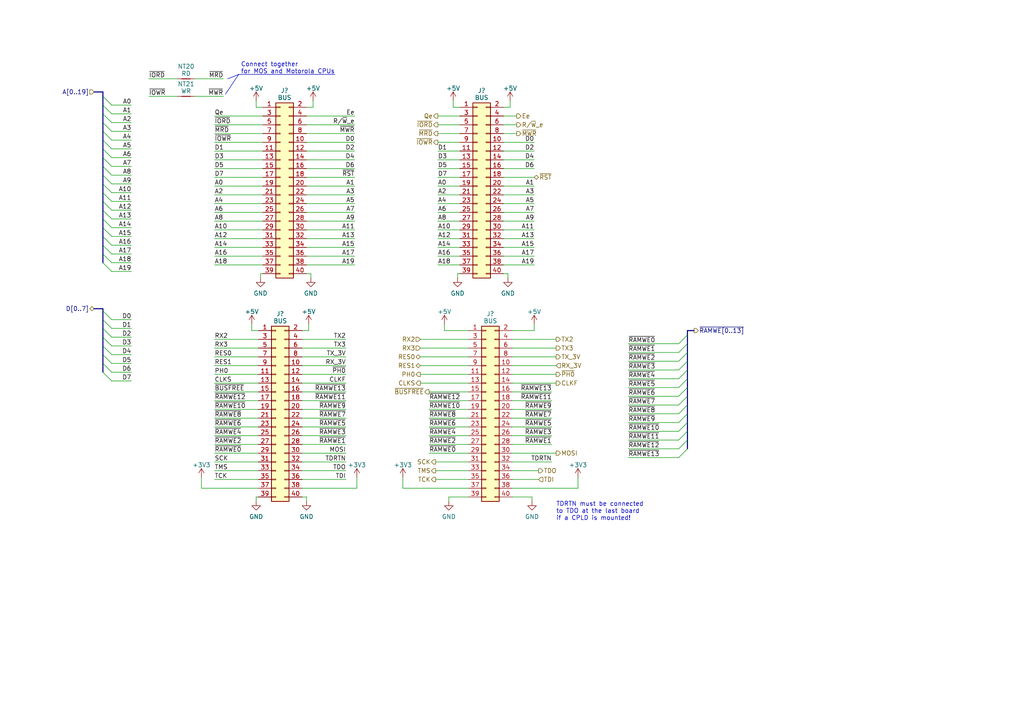
<source format=kicad_sch>
(kicad_sch (version 20230121) (generator eeschema)
  (paper "A4")
  (lib_symbols
    (symbol "Connector_Generic:Conn_02x20_Odd_Even" (pin_names (offset 1.016) hide)
      (property "Reference" "J" (at 1.27 25.4 0))
      (property "Value" "Conn_02x20_Odd_Even" (at 1.27 -27.94 0))
      (symbol "Conn_02x20_Odd_Even_1_1"
        (rectangle (start -1.27 -25.273) (end 0 -25.527) (stroke (width 0.1524)))
        (rectangle (start -1.27 -22.733) (end 0 -22.987) (stroke (width 0.1524)))
        (rectangle (start -1.27 -20.193) (end 0 -20.447) (stroke (width 0.1524)))
        (rectangle (start -1.27 -17.653) (end 0 -17.907) (stroke (width 0.1524)))
        (rectangle (start -1.27 -15.113) (end 0 -15.367) (stroke (width 0.1524)))
        (rectangle (start -1.27 -12.573) (end 0 -12.827) (stroke (width 0.1524)))
        (rectangle (start -1.27 -10.033) (end 0 -10.287) (stroke (width 0.1524)))
        (rectangle (start -1.27 -7.493) (end 0 -7.747) (stroke (width 0.1524)))
        (rectangle (start -1.27 -4.953) (end 0 -5.207) (stroke (width 0.1524)))
        (rectangle (start -1.27 -2.413) (end 0 -2.667) (stroke (width 0.1524)))
        (rectangle (start -1.27 0.127) (end 0 -0.127) (stroke (width 0.1524)))
        (rectangle (start -1.27 2.667) (end 0 2.413) (stroke (width 0.1524)))
        (rectangle (start -1.27 5.207) (end 0 4.953) (stroke (width 0.1524)))
        (rectangle (start -1.27 7.747) (end 0 7.493) (stroke (width 0.1524)))
        (rectangle (start -1.27 10.287) (end 0 10.033) (stroke (width 0.1524)))
        (rectangle (start -1.27 12.827) (end 0 12.573) (stroke (width 0.1524)))
        (rectangle (start -1.27 15.367) (end 0 15.113) (stroke (width 0.1524)))
        (rectangle (start -1.27 17.907) (end 0 17.653) (stroke (width 0.1524)))
        (rectangle (start -1.27 20.447) (end 0 20.193) (stroke (width 0.1524)))
        (rectangle (start -1.27 22.987) (end 0 22.733) (stroke (width 0.1524)))
        (rectangle (start -1.27 24.13) (end 3.81 -26.67) (stroke (width 0.254)) (fill (type background)))
        (rectangle (start 3.81 -25.273) (end 2.54 -25.527) (stroke (width 0.1524)))
        (rectangle (start 3.81 -22.733) (end 2.54 -22.987) (stroke (width 0.1524)))
        (rectangle (start 3.81 -20.193) (end 2.54 -20.447) (stroke (width 0.1524)))
        (rectangle (start 3.81 -17.653) (end 2.54 -17.907) (stroke (width 0.1524)))
        (rectangle (start 3.81 -15.113) (end 2.54 -15.367) (stroke (width 0.1524)))
        (rectangle (start 3.81 -12.573) (end 2.54 -12.827) (stroke (width 0.1524)))
        (rectangle (start 3.81 -10.033) (end 2.54 -10.287) (stroke (width 0.1524)))
        (rectangle (start 3.81 -7.493) (end 2.54 -7.747) (stroke (width 0.1524)))
        (rectangle (start 3.81 -4.953) (end 2.54 -5.207) (stroke (width 0.1524)))
        (rectangle (start 3.81 -2.413) (end 2.54 -2.667) (stroke (width 0.1524)))
        (rectangle (start 3.81 0.127) (end 2.54 -0.127) (stroke (width 0.1524)))
        (rectangle (start 3.81 2.667) (end 2.54 2.413) (stroke (width 0.1524)))
        (rectangle (start 3.81 5.207) (end 2.54 4.953) (stroke (width 0.1524)))
        (rectangle (start 3.81 7.747) (end 2.54 7.493) (stroke (width 0.1524)))
        (rectangle (start 3.81 10.287) (end 2.54 10.033) (stroke (width 0.1524)))
        (rectangle (start 3.81 12.827) (end 2.54 12.573) (stroke (width 0.1524)))
        (rectangle (start 3.81 15.367) (end 2.54 15.113) (stroke (width 0.1524)))
        (rectangle (start 3.81 17.907) (end 2.54 17.653) (stroke (width 0.1524)))
        (rectangle (start 3.81 20.447) (end 2.54 20.193) (stroke (width 0.1524)))
        (rectangle (start 3.81 22.987) (end 2.54 22.733) (stroke (width 0.1524)))
        (pin passive line (at -5.08 22.86 0) (length 3.81) (name "Pin_1") (number "1"))
        (pin passive line (at 7.62 12.7 180) (length 3.81) (name "Pin_10") (number "10"))
        (pin passive line (at -5.08 10.16 0) (length 3.81) (name "Pin_11") (number "11"))
        (pin passive line (at 7.62 10.16 180) (length 3.81) (name "Pin_12") (number "12"))
        (pin passive line (at -5.08 7.62 0) (length 3.81) (name "Pin_13") (number "13"))
        (pin passive line (at 7.62 7.62 180) (length 3.81) (name "Pin_14") (number "14"))
        (pin passive line (at -5.08 5.08 0) (length 3.81) (name "Pin_15") (number "15"))
        (pin passive line (at 7.62 5.08 180) (length 3.81) (name "Pin_16") (number "16"))
        (pin passive line (at -5.08 2.54 0) (length 3.81) (name "Pin_17") (number "17"))
        (pin passive line (at 7.62 2.54 180) (length 3.81) (name "Pin_18") (number "18"))
        (pin passive line (at -5.08 0 0) (length 3.81) (name "Pin_19") (number "19"))
        (pin passive line (at 7.62 22.86 180) (length 3.81) (name "Pin_2") (number "2"))
        (pin passive line (at 7.62 0 180) (length 3.81) (name "Pin_20") (number "20"))
        (pin passive line (at -5.08 -2.54 0) (length 3.81) (name "Pin_21") (number "21"))
        (pin passive line (at 7.62 -2.54 180) (length 3.81) (name "Pin_22") (number "22"))
        (pin passive line (at -5.08 -5.08 0) (length 3.81) (name "Pin_23") (number "23"))
        (pin passive line (at 7.62 -5.08 180) (length 3.81) (name "Pin_24") (number "24"))
        (pin passive line (at -5.08 -7.62 0) (length 3.81) (name "Pin_25") (number "25"))
        (pin passive line (at 7.62 -7.62 180) (length 3.81) (name "Pin_26") (number "26"))
        (pin passive line (at -5.08 -10.16 0) (length 3.81) (name "Pin_27") (number "27"))
        (pin passive line (at 7.62 -10.16 180) (length 3.81) (name "Pin_28") (number "28"))
        (pin passive line (at -5.08 -12.7 0) (length 3.81) (name "Pin_29") (number "29"))
        (pin passive line (at -5.08 20.32 0) (length 3.81) (name "Pin_3") (number "3"))
        (pin passive line (at 7.62 -12.7 180) (length 3.81) (name "Pin_30") (number "30"))
        (pin passive line (at -5.08 -15.24 0) (length 3.81) (name "Pin_31") (number "31"))
        (pin passive line (at 7.62 -15.24 180) (length 3.81) (name "Pin_32") (number "32"))
        (pin passive line (at -5.08 -17.78 0) (length 3.81) (name "Pin_33") (number "33"))
        (pin passive line (at 7.62 -17.78 180) (length 3.81) (name "Pin_34") (number "34"))
        (pin passive line (at -5.08 -20.32 0) (length 3.81) (name "Pin_35") (number "35"))
        (pin passive line (at 7.62 -20.32 180) (length 3.81) (name "Pin_36") (number "36"))
        (pin passive line (at -5.08 -22.86 0) (length 3.81) (name "Pin_37") (number "37"))
        (pin passive line (at 7.62 -22.86 180) (length 3.81) (name "Pin_38") (number "38"))
        (pin passive line (at -5.08 -25.4 0) (length 3.81) (name "Pin_39") (number "39"))
        (pin passive line (at 7.62 20.32 180) (length 3.81) (name "Pin_4") (number "4"))
        (pin passive line (at 7.62 -25.4 180) (length 3.81) (name "Pin_40") (number "40"))
        (pin passive line (at -5.08 17.78 0) (length 3.81) (name "Pin_5") (number "5"))
        (pin passive line (at 7.62 17.78 180) (length 3.81) (name "Pin_6") (number "6"))
        (pin passive line (at -5.08 15.24 0) (length 3.81) (name "Pin_7") (number "7"))
        (pin passive line (at 7.62 15.24 180) (length 3.81) (name "Pin_8") (number "8"))
        (pin passive line (at -5.08 12.7 0) (length 3.81) (name "Pin_9") (number "9"))
      )
    )
    (symbol "Device:NetTie_2" (pin_numbers hide) (pin_names (offset 0) hide) (in_bom no)
      (property "Reference" "NT" (at 0 1.27 0))
      (property "Value" "NetTie_2" (at 0 -1.27 0))
      (symbol "NetTie_2_0_1"
        (polyline (pts (xy -1.27 0) (xy 1.27 0)) (stroke (width 0.254)))
      )
      (symbol "NetTie_2_1_1"
        (pin passive line (at -2.54 0 0) (length 2.54) (name "1") (number "1"))
        (pin passive line (at 2.54 0 180) (length 2.54) (name "2") (number "2"))
      )
    )
    (symbol "power:+3V3" (power) (pin_names (offset 0))
      (property "Value" "+3V3" (at 0 3.556 0))
      (symbol "+3V3_0_1"
        (polyline (pts (xy -0.762 1.27) (xy 0 2.54)))
        (polyline (pts (xy 0 0) (xy 0 2.54)))
        (polyline (pts (xy 0 2.54) (xy 0.762 1.27)))
      )
      (symbol "+3V3_1_1"
        (pin power_in line (at 0 0 90) (length 0) hide (name "+3V3") (number "1"))
      )
    )
    (symbol "power:+5V" (power) (pin_names (offset 0))
      (property "Value" "+5V" (at 0 3.556 0))
      (symbol "+5V_0_1"
        (polyline (pts (xy -0.762 1.27) (xy 0 2.54)))
        (polyline (pts (xy 0 0) (xy 0 2.54)))
        (polyline (pts (xy 0 2.54) (xy 0.762 1.27)))
      )
      (symbol "+5V_1_1"
        (pin power_in line (at 0 0 90) (length 0) hide (name "+5V") (number "1"))
      )
    )
    (symbol "power:GND" (power) (pin_names (offset 0))
      (property "Value" "GND" (at 0 -3.81 0))
      (symbol "GND_0_1"
        (polyline (pts (xy 0 0) (xy 0 -1.27) (xy 1.27 -1.27) (xy 0 -2.54) (xy -1.27 -1.27) (xy 0 -1.27)))
      )
      (symbol "GND_1_1"
        (pin power_in line (at 0 0 270) (length 0) hide (name "GND") (number "1"))
      )
    )
  )
  (bus_entry (at 29.845 55.88) (size 2.54 2.54))
  (bus_entry (at 29.845 92.71) (size 2.54 2.54))
  (bus_entry (at 199.39 104.775) (size -2.54 2.54))
  (bus_entry (at 29.845 68.58) (size 2.54 2.54))
  (bus_entry (at 199.39 117.475) (size -2.54 2.54))
  (bus_entry (at 29.845 107.95) (size 2.54 2.54))
  (bus_entry (at 29.845 95.25) (size 2.54 2.54))
  (bus_entry (at 29.845 43.18) (size 2.54 2.54))
  (bus_entry (at 29.845 53.34) (size 2.54 2.54))
  (bus_entry (at 199.39 122.555) (size -2.54 2.54))
  (bus_entry (at 29.845 50.8) (size 2.54 2.54))
  (bus_entry (at 199.39 114.935) (size -2.54 2.54))
  (bus_entry (at 199.39 125.095) (size -2.54 2.54))
  (bus_entry (at 199.39 107.315) (size -2.54 2.54))
  (bus_entry (at 29.845 100.33) (size 2.54 2.54))
  (bus_entry (at 199.39 97.155) (size -2.54 2.54))
  (bus_entry (at 29.845 33.02) (size 2.54 2.54))
  (bus_entry (at 29.845 58.42) (size 2.54 2.54))
  (bus_entry (at 29.845 35.56) (size 2.54 2.54))
  (bus_entry (at 199.39 120.015) (size -2.54 2.54))
  (bus_entry (at 29.845 66.04) (size 2.54 2.54))
  (bus_entry (at 29.845 48.26) (size 2.54 2.54))
  (bus_entry (at 199.39 99.695) (size -2.54 2.54))
  (bus_entry (at 29.845 73.66) (size 2.54 2.54))
  (bus_entry (at 199.39 130.175) (size -2.54 2.54))
  (bus_entry (at 29.845 76.2) (size 2.54 2.54))
  (bus_entry (at 199.39 102.235) (size -2.54 2.54))
  (bus_entry (at 29.845 97.79) (size 2.54 2.54))
  (bus_entry (at 199.39 127.635) (size -2.54 2.54))
  (bus_entry (at 29.845 27.94) (size 2.54 2.54))
  (bus_entry (at 29.845 38.1) (size 2.54 2.54))
  (bus_entry (at 29.845 105.41) (size 2.54 2.54))
  (bus_entry (at 29.845 40.64) (size 2.54 2.54))
  (bus_entry (at 29.845 63.5) (size 2.54 2.54))
  (bus_entry (at 29.845 30.48) (size 2.54 2.54))
  (bus_entry (at 199.39 109.855) (size -2.54 2.54))
  (bus_entry (at 29.845 102.87) (size 2.54 2.54))
  (bus_entry (at 29.845 90.17) (size 2.54 2.54))
  (bus_entry (at 29.845 60.96) (size 2.54 2.54))
  (bus_entry (at 29.845 45.72) (size 2.54 2.54))
  (bus_entry (at 199.39 112.395) (size -2.54 2.54))
  (bus_entry (at 29.845 71.12) (size 2.54 2.54))
  (wire (pts (xy 87.63 128.905) (xy 100.33 128.905)))
  (wire (pts (xy 87.63 98.425) (xy 100.33 98.425)))
  (bus (pts (xy 29.845 26.67) (xy 27.305 26.67)))
  (wire (pts (xy 58.42 138.43) (xy 58.42 141.605)))
  (wire (pts (xy 121.92 106.045) (xy 135.89 106.045)))
  (wire (pts (xy 127 43.815) (xy 133.35 43.815)))
  (wire (pts (xy 127 64.135) (xy 133.35 64.135)))
  (wire (pts (xy 148.59 100.965) (xy 161.29 100.965)))
  (wire (pts (xy 38.1 78.74) (xy 32.385 78.74)))
  (wire (pts (xy 62.23 48.895) (xy 76.2 48.895)))
  (wire (pts (xy 87.63 116.205) (xy 100.33 116.205)))
  (wire (pts (xy 62.23 106.045) (xy 74.93 106.045)))
  (bus (pts (xy 29.845 55.88) (xy 29.845 53.34)))
  (wire (pts (xy 62.23 128.905) (xy 74.93 128.905)))
  (wire (pts (xy 62.23 76.835) (xy 76.2 76.835)))
  (wire (pts (xy 121.92 100.965) (xy 135.89 100.965)))
  (wire (pts (xy 126.365 136.525) (xy 135.89 136.525)))
  (wire (pts (xy 38.1 92.71) (xy 32.385 92.71)))
  (wire (pts (xy 147.32 80.645) (xy 147.32 79.375)))
  (wire (pts (xy 128.905 95.885) (xy 135.89 95.885)))
  (wire (pts (xy 62.23 118.745) (xy 74.93 118.745)))
  (wire (pts (xy 38.1 97.79) (xy 32.385 97.79)))
  (wire (pts (xy 103.505 138.43) (xy 103.505 141.605)))
  (wire (pts (xy 182.245 104.775) (xy 196.85 104.775)))
  (wire (pts (xy 87.63 106.045) (xy 100.33 106.045)))
  (wire (pts (xy 75.565 79.375) (xy 76.2 79.375)))
  (polyline (pts (xy 65.405 27.305) (xy 69.215 21.59)))
  (bus (pts (xy 199.39 125.095) (xy 199.39 127.635)))
  (wire (pts (xy 73.025 95.885) (xy 74.93 95.885)))
  (wire (pts (xy 62.23 113.665) (xy 74.93 113.665)))
  (wire (pts (xy 182.245 122.555) (xy 196.85 122.555)))
  (wire (pts (xy 90.17 79.375) (xy 88.9 79.375)))
  (bus (pts (xy 199.39 102.235) (xy 199.39 104.775)))
  (wire (pts (xy 88.9 71.755) (xy 102.87 71.755)))
  (bus (pts (xy 199.39 99.695) (xy 199.39 102.235)))
  (wire (pts (xy 90.805 31.115) (xy 88.9 31.115)))
  (bus (pts (xy 29.845 105.41) (xy 29.845 102.87)))
  (wire (pts (xy 127 38.735) (xy 133.35 38.735)))
  (wire (pts (xy 127 41.275) (xy 133.35 41.275)))
  (wire (pts (xy 74.295 145.415) (xy 74.295 144.145)))
  (wire (pts (xy 62.23 131.445) (xy 74.93 131.445)))
  (wire (pts (xy 88.9 43.815) (xy 102.87 43.815)))
  (wire (pts (xy 127 69.215) (xy 133.35 69.215)))
  (wire (pts (xy 182.245 112.395) (xy 196.85 112.395)))
  (bus (pts (xy 29.845 107.95) (xy 29.845 105.41)))
  (wire (pts (xy 88.9 36.195) (xy 102.87 36.195)))
  (wire (pts (xy 146.05 61.595) (xy 154.94 61.595)))
  (wire (pts (xy 87.63 108.585) (xy 100.33 108.585)))
  (wire (pts (xy 74.295 144.145) (xy 74.93 144.145)))
  (wire (pts (xy 58.42 141.605) (xy 74.93 141.605)))
  (wire (pts (xy 148.59 141.605) (xy 167.64 141.605)))
  (bus (pts (xy 199.39 112.395) (xy 199.39 114.935)))
  (bus (pts (xy 29.845 63.5) (xy 29.845 60.96)))
  (wire (pts (xy 38.1 105.41) (xy 32.385 105.41)))
  (wire (pts (xy 148.59 103.505) (xy 161.29 103.505)))
  (wire (pts (xy 182.245 99.695) (xy 196.85 99.695)))
  (polyline (pts (xy 66.04 22.86) (xy 69.215 21.59)))
  (wire (pts (xy 62.23 136.525) (xy 74.93 136.525)))
  (wire (pts (xy 124.46 116.205) (xy 135.89 116.205)))
  (wire (pts (xy 127 61.595) (xy 133.35 61.595)))
  (wire (pts (xy 88.9 145.415) (xy 88.9 144.145)))
  (wire (pts (xy 132.715 79.375) (xy 133.35 79.375)))
  (wire (pts (xy 38.1 30.48) (xy 32.385 30.48)))
  (wire (pts (xy 126.365 133.985) (xy 135.89 133.985)))
  (wire (pts (xy 146.05 36.195) (xy 149.86 36.195)))
  (wire (pts (xy 38.1 60.96) (xy 32.385 60.96)))
  (bus (pts (xy 29.845 68.58) (xy 29.845 71.12)))
  (wire (pts (xy 148.59 136.525) (xy 156.21 136.525)))
  (wire (pts (xy 38.1 102.87) (xy 32.385 102.87)))
  (bus (pts (xy 29.845 30.48) (xy 29.845 27.94)))
  (wire (pts (xy 127 74.295) (xy 133.35 74.295)))
  (wire (pts (xy 182.245 107.315) (xy 196.85 107.315)))
  (bus (pts (xy 29.845 66.04) (xy 29.845 68.58)))
  (wire (pts (xy 182.245 127.635) (xy 196.85 127.635)))
  (wire (pts (xy 148.59 108.585) (xy 161.29 108.585)))
  (wire (pts (xy 148.59 123.825) (xy 160.02 123.825)))
  (wire (pts (xy 128.905 93.98) (xy 128.905 95.885)))
  (wire (pts (xy 62.23 71.755) (xy 76.2 71.755)))
  (wire (pts (xy 147.32 79.375) (xy 146.05 79.375)))
  (wire (pts (xy 154.94 95.885) (xy 148.59 95.885)))
  (wire (pts (xy 62.23 38.735) (xy 76.2 38.735)))
  (bus (pts (xy 29.845 48.26) (xy 29.845 45.72)))
  (wire (pts (xy 62.23 56.515) (xy 76.2 56.515)))
  (bus (pts (xy 199.39 122.555) (xy 199.39 125.095)))
  (wire (pts (xy 127 53.975) (xy 133.35 53.975)))
  (bus (pts (xy 199.39 109.855) (xy 199.39 112.395)))
  (wire (pts (xy 38.1 110.49) (xy 32.385 110.49)))
  (wire (pts (xy 124.46 121.285) (xy 135.89 121.285)))
  (wire (pts (xy 74.295 29.21) (xy 74.295 31.115)))
  (wire (pts (xy 146.05 33.655) (xy 149.86 33.655)))
  (wire (pts (xy 130.175 145.415) (xy 130.175 144.145)))
  (wire (pts (xy 124.46 113.665) (xy 135.89 113.665)))
  (bus (pts (xy 199.39 95.885) (xy 199.39 97.155)))
  (wire (pts (xy 73.025 93.98) (xy 73.025 95.885)))
  (bus (pts (xy 199.39 127.635) (xy 199.39 130.175)))
  (wire (pts (xy 38.1 76.2) (xy 32.385 76.2)))
  (wire (pts (xy 148.59 116.205) (xy 160.02 116.205)))
  (bus (pts (xy 29.845 90.17) (xy 29.845 89.535)))
  (wire (pts (xy 182.245 102.235) (xy 196.85 102.235)))
  (bus (pts (xy 29.845 40.64) (xy 29.845 38.1)))
  (wire (pts (xy 38.1 63.5) (xy 32.385 63.5)))
  (wire (pts (xy 121.92 111.125) (xy 135.89 111.125)))
  (bus (pts (xy 29.845 38.1) (xy 29.845 35.56)))
  (wire (pts (xy 146.05 43.815) (xy 154.94 43.815)))
  (wire (pts (xy 147.955 29.21) (xy 147.955 31.115)))
  (bus (pts (xy 29.845 66.04) (xy 29.845 63.5)))
  (bus (pts (xy 29.845 35.56) (xy 29.845 33.02)))
  (wire (pts (xy 121.92 98.425) (xy 135.89 98.425)))
  (wire (pts (xy 87.63 121.285) (xy 100.33 121.285)))
  (wire (pts (xy 148.59 128.905) (xy 160.02 128.905)))
  (wire (pts (xy 38.1 33.02) (xy 32.385 33.02)))
  (wire (pts (xy 146.05 53.975) (xy 154.94 53.975)))
  (wire (pts (xy 43.18 22.86) (xy 51.435 22.86)))
  (wire (pts (xy 127 66.675) (xy 133.35 66.675)))
  (wire (pts (xy 131.445 31.115) (xy 133.35 31.115)))
  (bus (pts (xy 199.39 114.935) (xy 199.39 117.475)))
  (wire (pts (xy 87.63 113.665) (xy 100.33 113.665)))
  (wire (pts (xy 182.245 120.015) (xy 196.85 120.015)))
  (bus (pts (xy 29.845 60.96) (xy 29.845 58.42)))
  (wire (pts (xy 38.1 73.66) (xy 32.385 73.66)))
  (wire (pts (xy 38.1 43.18) (xy 32.385 43.18)))
  (wire (pts (xy 62.23 126.365) (xy 74.93 126.365)))
  (wire (pts (xy 130.175 144.145) (xy 135.89 144.145)))
  (wire (pts (xy 88.9 53.975) (xy 102.87 53.975)))
  (wire (pts (xy 62.23 103.505) (xy 74.93 103.505)))
  (bus (pts (xy 29.845 53.34) (xy 29.845 50.8)))
  (wire (pts (xy 90.805 29.21) (xy 90.805 31.115)))
  (bus (pts (xy 199.39 107.315) (xy 199.39 109.855)))
  (wire (pts (xy 88.9 144.145) (xy 87.63 144.145)))
  (wire (pts (xy 127 59.055) (xy 133.35 59.055)))
  (wire (pts (xy 146.05 71.755) (xy 154.94 71.755)))
  (wire (pts (xy 74.295 31.115) (xy 76.2 31.115)))
  (wire (pts (xy 88.9 76.835) (xy 102.87 76.835)))
  (wire (pts (xy 116.84 138.43) (xy 116.84 141.605)))
  (wire (pts (xy 88.9 74.295) (xy 102.87 74.295)))
  (wire (pts (xy 88.9 59.055) (xy 102.87 59.055)))
  (wire (pts (xy 88.9 46.355) (xy 102.87 46.355)))
  (wire (pts (xy 62.23 139.065) (xy 74.93 139.065)))
  (wire (pts (xy 62.23 98.425) (xy 74.93 98.425)))
  (wire (pts (xy 38.1 71.12) (xy 32.385 71.12)))
  (wire (pts (xy 148.59 131.445) (xy 161.29 131.445)))
  (wire (pts (xy 126.365 139.065) (xy 135.89 139.065)))
  (bus (pts (xy 29.845 43.18) (xy 29.845 40.64)))
  (wire (pts (xy 88.9 38.735) (xy 102.87 38.735)))
  (wire (pts (xy 62.23 108.585) (xy 74.93 108.585)))
  (wire (pts (xy 154.305 144.145) (xy 148.59 144.145)))
  (bus (pts (xy 29.845 73.66) (xy 29.845 71.12)))
  (wire (pts (xy 62.23 36.195) (xy 76.2 36.195)))
  (wire (pts (xy 148.59 139.065) (xy 156.21 139.065)))
  (wire (pts (xy 88.9 51.435) (xy 102.87 51.435)))
  (wire (pts (xy 127 51.435) (xy 133.35 51.435)))
  (wire (pts (xy 87.63 133.985) (xy 100.33 133.985)))
  (bus (pts (xy 199.39 120.015) (xy 199.39 122.555)))
  (wire (pts (xy 132.715 80.645) (xy 132.715 79.375)))
  (wire (pts (xy 62.23 61.595) (xy 76.2 61.595)))
  (wire (pts (xy 62.23 116.205) (xy 74.93 116.205)))
  (wire (pts (xy 62.23 100.965) (xy 74.93 100.965)))
  (bus (pts (xy 29.845 97.79) (xy 29.845 95.25)))
  (wire (pts (xy 87.63 100.965) (xy 100.33 100.965)))
  (wire (pts (xy 62.23 33.655) (xy 76.2 33.655)))
  (wire (pts (xy 38.1 100.33) (xy 32.385 100.33)))
  (wire (pts (xy 62.23 59.055) (xy 76.2 59.055)))
  (wire (pts (xy 87.63 126.365) (xy 100.33 126.365)))
  (wire (pts (xy 88.9 41.275) (xy 102.87 41.275)))
  (bus (pts (xy 29.845 95.25) (xy 29.845 92.71)))
  (wire (pts (xy 127 33.655) (xy 133.35 33.655)))
  (wire (pts (xy 75.565 80.645) (xy 75.565 79.375)))
  (wire (pts (xy 38.1 40.64) (xy 32.385 40.64)))
  (wire (pts (xy 38.1 45.72) (xy 32.385 45.72)))
  (wire (pts (xy 89.535 95.885) (xy 87.63 95.885)))
  (wire (pts (xy 38.1 107.95) (xy 32.385 107.95)))
  (bus (pts (xy 29.845 33.02) (xy 29.845 30.48)))
  (wire (pts (xy 182.245 130.175) (xy 196.85 130.175)))
  (wire (pts (xy 146.05 59.055) (xy 154.94 59.055)))
  (wire (pts (xy 146.05 64.135) (xy 154.94 64.135)))
  (wire (pts (xy 127 76.835) (xy 133.35 76.835)))
  (wire (pts (xy 124.46 126.365) (xy 135.89 126.365)))
  (wire (pts (xy 182.245 117.475) (xy 196.85 117.475)))
  (wire (pts (xy 38.1 95.25) (xy 32.385 95.25)))
  (wire (pts (xy 38.1 50.8) (xy 32.385 50.8)))
  (wire (pts (xy 62.23 69.215) (xy 76.2 69.215)))
  (wire (pts (xy 88.9 66.675) (xy 102.87 66.675)))
  (wire (pts (xy 88.9 48.895) (xy 102.87 48.895)))
  (wire (pts (xy 38.1 35.56) (xy 32.385 35.56)))
  (wire (pts (xy 38.1 55.88) (xy 32.385 55.88)))
  (wire (pts (xy 146.05 66.675) (xy 154.94 66.675)))
  (wire (pts (xy 121.92 103.505) (xy 135.89 103.505)))
  (wire (pts (xy 62.23 51.435) (xy 76.2 51.435)))
  (wire (pts (xy 89.535 93.98) (xy 89.535 95.885)))
  (wire (pts (xy 87.63 118.745) (xy 100.33 118.745)))
  (wire (pts (xy 38.1 48.26) (xy 32.385 48.26)))
  (wire (pts (xy 56.515 22.86) (xy 64.77 22.86)))
  (wire (pts (xy 148.59 126.365) (xy 160.02 126.365)))
  (wire (pts (xy 87.63 123.825) (xy 100.33 123.825)))
  (wire (pts (xy 154.94 93.98) (xy 154.94 95.885)))
  (wire (pts (xy 124.46 123.825) (xy 135.89 123.825)))
  (wire (pts (xy 62.23 64.135) (xy 76.2 64.135)))
  (bus (pts (xy 199.39 104.775) (xy 199.39 107.315)))
  (wire (pts (xy 116.84 141.605) (xy 135.89 141.605)))
  (wire (pts (xy 182.245 114.935) (xy 196.85 114.935)))
  (wire (pts (xy 127 56.515) (xy 133.35 56.515)))
  (wire (pts (xy 87.63 136.525) (xy 100.33 136.525)))
  (wire (pts (xy 121.92 108.585) (xy 135.89 108.585)))
  (wire (pts (xy 87.63 139.065) (xy 100.33 139.065)))
  (bus (pts (xy 29.845 100.33) (xy 29.845 97.79)))
  (wire (pts (xy 146.05 51.435) (xy 154.94 51.435)))
  (bus (pts (xy 29.845 76.2) (xy 29.845 73.66)))
  (wire (pts (xy 124.46 128.905) (xy 135.89 128.905)))
  (wire (pts (xy 88.9 69.215) (xy 102.87 69.215)))
  (wire (pts (xy 148.59 118.745) (xy 160.02 118.745)))
  (bus (pts (xy 199.39 117.475) (xy 199.39 120.015)))
  (wire (pts (xy 62.23 41.275) (xy 76.2 41.275)))
  (wire (pts (xy 148.59 111.125) (xy 161.29 111.125)))
  (bus (pts (xy 29.845 92.71) (xy 29.845 90.17)))
  (wire (pts (xy 88.9 33.655) (xy 102.87 33.655)))
  (wire (pts (xy 148.59 98.425) (xy 161.29 98.425)))
  (wire (pts (xy 182.245 125.095) (xy 196.85 125.095)))
  (wire (pts (xy 146.05 41.275) (xy 154.94 41.275)))
  (bus (pts (xy 29.845 45.72) (xy 29.845 43.18)))
  (wire (pts (xy 87.63 103.505) (xy 100.33 103.505)))
  (wire (pts (xy 146.05 74.295) (xy 154.94 74.295)))
  (bus (pts (xy 29.845 102.87) (xy 29.845 100.33)))
  (wire (pts (xy 38.1 38.1) (xy 32.385 38.1)))
  (wire (pts (xy 127 46.355) (xy 133.35 46.355)))
  (wire (pts (xy 148.59 133.985) (xy 160.02 133.985)))
  (bus (pts (xy 29.845 58.42) (xy 29.845 55.88)))
  (wire (pts (xy 43.18 27.94) (xy 51.435 27.94)))
  (wire (pts (xy 182.245 132.715) (xy 196.85 132.715)))
  (wire (pts (xy 62.23 74.295) (xy 76.2 74.295)))
  (wire (pts (xy 87.63 141.605) (xy 103.505 141.605)))
  (wire (pts (xy 62.23 133.985) (xy 74.93 133.985)))
  (wire (pts (xy 148.59 106.045) (xy 161.29 106.045)))
  (wire (pts (xy 62.23 53.975) (xy 76.2 53.975)))
  (wire (pts (xy 154.305 145.415) (xy 154.305 144.145)))
  (bus (pts (xy 29.845 50.8) (xy 29.845 48.26)))
  (wire (pts (xy 146.05 48.895) (xy 154.94 48.895)))
  (wire (pts (xy 38.1 66.04) (xy 32.385 66.04)))
  (bus (pts (xy 29.845 89.535) (xy 27.305 89.535)))
  (wire (pts (xy 88.9 64.135) (xy 102.87 64.135)))
  (wire (pts (xy 127 48.895) (xy 133.35 48.895)))
  (wire (pts (xy 62.23 111.125) (xy 74.93 111.125)))
  (wire (pts (xy 124.46 118.745) (xy 135.89 118.745)))
  (wire (pts (xy 146.05 56.515) (xy 154.94 56.515)))
  (wire (pts (xy 124.46 131.445) (xy 135.89 131.445)))
  (bus (pts (xy 201.295 95.885) (xy 199.39 95.885)))
  (wire (pts (xy 38.1 58.42) (xy 32.385 58.42)))
  (wire (pts (xy 167.64 138.43) (xy 167.64 141.605)))
  (wire (pts (xy 62.23 66.675) (xy 76.2 66.675)))
  (wire (pts (xy 88.9 56.515) (xy 102.87 56.515)))
  (wire (pts (xy 146.05 69.215) (xy 154.94 69.215)))
  (wire (pts (xy 182.245 109.855) (xy 196.85 109.855)))
  (wire (pts (xy 38.1 53.34) (xy 32.385 53.34)))
  (wire (pts (xy 62.23 46.355) (xy 76.2 46.355)))
  (wire (pts (xy 127 36.195) (xy 133.35 36.195)))
  (wire (pts (xy 88.9 61.595) (xy 102.87 61.595)))
  (wire (pts (xy 148.59 121.285) (xy 160.02 121.285)))
  (wire (pts (xy 62.23 123.825) (xy 74.93 123.825)))
  (wire (pts (xy 62.23 121.285) (xy 74.93 121.285)))
  (wire (pts (xy 147.955 31.115) (xy 146.05 31.115)))
  (polyline (pts (xy 97.155 21.59) (xy 69.215 21.59)))
  (wire (pts (xy 131.445 29.21) (xy 131.445 31.115)))
  (bus (pts (xy 199.39 97.155) (xy 199.39 99.695)))
  (wire (pts (xy 87.63 131.445) (xy 100.33 131.445)))
  (wire (pts (xy 38.1 68.58) (xy 32.385 68.58)))
  (wire (pts (xy 146.05 38.735) (xy 149.86 38.735)))
  (bus (pts (xy 29.845 27.94) (xy 29.845 26.67)))
  (wire (pts (xy 90.17 80.645) (xy 90.17 79.375)))
  (wire (pts (xy 127 71.755) (xy 133.35 71.755)))
  (wire (pts (xy 148.59 113.665) (xy 160.02 113.665)))
  (wire (pts (xy 146.05 76.835) (xy 154.94 76.835)))
  (wire (pts (xy 62.23 43.815) (xy 76.2 43.815)))
  (wire (pts (xy 56.515 27.94) (xy 64.77 27.94)))
  (wire (pts (xy 87.63 111.125) (xy 100.33 111.125)))
  (wire (pts (xy 146.05 46.355) (xy 154.94 46.355)))
  (text "TDRTN must be connected \nto TDO at the last board\nif a CPLD is mounted!" (at 161.29 151.13 0) (effects (font (size 1.27 1.27)) (justify left bottom)))
  (text "Connect together\nfor MOS and Motorola CPUs" (at 69.85 21.59 0) (effects (font (size 1.27 1.27)) (justify left bottom)))
  (label "A2" (at 127 56.515 0))
  (label "~{RAMWE12}" (at 62.23 116.205 0))
  (label "~{RAMWE4}" (at 124.46 126.365 0))
  (label "D6" (at 102.87 48.895 180))
  (label "~{RAMWE9}" (at 160.02 118.745 180))
  (label "TDI" (at 100.33 139.065 180))
  (label "A7" (at 38.1 48.26 180))
  (label "D7" (at 38.1 110.49 180))
  (label "A19" (at 102.87 76.835 180))
  (label "A3" (at 154.94 56.515 180))
  (label "A9" (at 154.94 64.135 180))
  (label "R{slash}~{W}_e" (at 102.87 36.195 180))
  (label "A17" (at 38.1 73.66 180))
  (label "A16" (at 38.1 71.12 180))
  (label "A13" (at 102.87 69.215 180))
  (label "~{RAMWE11}" (at 100.33 116.205 180))
  (label "~{RAMWE10}" (at 124.46 118.745 0))
  (label "D6" (at 154.94 48.895 180))
  (label "A12" (at 38.1 60.96 180))
  (label "~{MRD}" (at 62.23 38.735 0))
  (label "A5" (at 38.1 43.18 180))
  (label "A14" (at 62.23 71.755 0))
  (label "A7" (at 154.94 61.595 180))
  (label "A18" (at 62.23 76.835 0))
  (label "A6" (at 38.1 45.72 180))
  (label "TX2" (at 100.33 98.425 180))
  (label "A5" (at 154.94 59.055 180))
  (label "A4" (at 38.1 40.64 180))
  (label "TX_3V" (at 100.33 103.505 180))
  (label "A7" (at 102.87 61.595 180))
  (label "A2" (at 38.1 35.56 180))
  (label "~{IOWR}" (at 62.23 41.275 0))
  (label "D2" (at 154.94 43.815 180))
  (label "~{RAMWE8}" (at 182.245 120.015 0))
  (label "A19" (at 154.94 76.835 180))
  (label "~{RAMWE10}" (at 62.23 118.745 0))
  (label "~{RAMWE2}" (at 182.245 104.775 0))
  (label "A15" (at 102.87 71.755 180))
  (label "D1" (at 38.1 95.25 180))
  (label "~{RAMWE6}" (at 124.46 123.825 0))
  (label "TMS" (at 62.23 136.525 0))
  (label "~{RAMWE12}" (at 124.46 116.205 0))
  (label "~{RAMWE13}" (at 182.245 132.715 0))
  (label "A17" (at 102.87 74.295 180))
  (label "A18" (at 38.1 76.2 180))
  (label "A10" (at 127 66.675 0))
  (label "~{RAMWE3}" (at 182.245 107.315 0))
  (label "A4" (at 62.23 59.055 0))
  (label "A14" (at 127 71.755 0))
  (label "TDRTN" (at 100.33 133.985 180))
  (label "A11" (at 154.94 66.675 180))
  (label "A1" (at 154.94 53.975 180))
  (label "~{RAMWE5}" (at 100.33 123.825 180))
  (label "~{RAMWE8}" (at 62.23 121.285 0))
  (label "RES0" (at 62.23 103.505 0))
  (label "~{RAMWE4}" (at 182.245 109.855 0))
  (label "A11" (at 38.1 58.42 180))
  (label "MOSI" (at 100.33 131.445 180))
  (label "A17" (at 154.94 74.295 180))
  (label "A10" (at 62.23 66.675 0))
  (label "~{RAMWE7}" (at 182.245 117.475 0))
  (label "RX3" (at 62.23 100.965 0))
  (label "A19" (at 38.1 78.74 180))
  (label "TDRTN" (at 160.02 133.985 180))
  (label "D0" (at 38.1 92.71 180))
  (label "~{RAMWE9}" (at 100.33 118.745 180))
  (label "A1" (at 38.1 33.02 180))
  (label "A12" (at 127 69.215 0))
  (label "D7" (at 127 51.435 0))
  (label "D4" (at 154.94 46.355 180))
  (label "A8" (at 62.23 64.135 0))
  (label "~{RAMWE11}" (at 182.245 127.635 0))
  (label "A5" (at 102.87 59.055 180))
  (label "D3" (at 38.1 100.33 180))
  (label "A2" (at 62.23 56.515 0))
  (label "~{RAMWE2}" (at 124.46 128.905 0))
  (label "~{BUSFREE}" (at 62.23 113.665 0))
  (label "~{RAMWE11}" (at 160.02 116.205 180))
  (label "D4" (at 38.1 102.87 180))
  (label "~{RAMWE6}" (at 182.245 114.935 0))
  (label "~{MRD}" (at 64.77 22.86 180))
  (label "~{RAMWE2}" (at 62.23 128.905 0))
  (label "~{RAMWE4}" (at 62.23 126.365 0))
  (label "A12" (at 62.23 69.215 0))
  (label "A11" (at 102.87 66.675 180))
  (label "~{RAMWE7}" (at 160.02 121.285 180))
  (label "A13" (at 38.1 63.5 180))
  (label "A8" (at 127 64.135 0))
  (label "D5" (at 127 48.895 0))
  (label "A6" (at 127 61.595 0))
  (label "~{RAMWE3}" (at 160.02 126.365 180))
  (label "RX_3V" (at 100.33 106.045 180))
  (label "~{RAMWE3}" (at 100.33 126.365 180))
  (label "~{PH0}" (at 100.33 108.585 180))
  (label "~{RAMWE13}" (at 160.02 113.665 180))
  (label "~{MWR}" (at 64.77 27.94 180))
  (label "D1" (at 127 43.815 0))
  (label "A1" (at 102.87 53.975 180))
  (label "~{RAMWE12}" (at 182.245 130.175 0))
  (label "D2" (at 38.1 97.79 180))
  (label "~{IORD}" (at 62.23 36.195 0))
  (label "A10" (at 38.1 55.88 180))
  (label "TDO" (at 100.33 136.525 180))
  (label "~{RAMWE5}" (at 160.02 123.825 180))
  (label "Ee" (at 102.87 33.655 180))
  (label "SCK" (at 62.23 133.985 0))
  (label "~{RAMWE7}" (at 100.33 121.285 180))
  (label "~{RAMWE1}" (at 100.33 128.905 180))
  (label "D7" (at 62.23 51.435 0))
  (label "PH0" (at 62.23 108.585 0))
  (label "A16" (at 62.23 74.295 0))
  (label "A18" (at 127 76.835 0))
  (label "D3" (at 127 46.355 0))
  (label "A3" (at 102.87 56.515 180))
  (label "A8" (at 38.1 50.8 180))
  (label "A9" (at 38.1 53.34 180))
  (label "TCK" (at 62.23 139.065 0))
  (label "D0" (at 154.94 41.275 180))
  (label "A16" (at 127 74.295 0))
  (label "D3" (at 62.23 46.355 0))
  (label "CLKF" (at 100.33 111.125 180))
  (label "~{IORD}" (at 43.18 22.86 0))
  (label "~{RAMWE0}" (at 124.46 131.445 0))
  (label "A15" (at 154.94 71.755 180))
  (label "~{RAMWE5}" (at 182.245 112.395 0))
  (label "A15" (at 38.1 68.58 180))
  (label "~{RAMWE6}" (at 62.23 123.825 0))
  (label "A13" (at 154.94 69.215 180))
  (label "~{MWR}" (at 102.87 38.735 180))
  (label "RX2" (at 62.23 98.425 0))
  (label "A0" (at 38.1 30.48 180))
  (label "~{RAMWE1}" (at 182.245 102.235 0))
  (label "A0" (at 127 53.975 0))
  (label "A14" (at 38.1 66.04 180))
  (label "D1" (at 62.23 43.815 0))
  (label "A0" (at 62.23 53.975 0))
  (label "A9" (at 102.87 64.135 180))
  (label "~{RAMWE1}" (at 160.02 128.905 180))
  (label "~{RST}" (at 102.87 51.435 180))
  (label "CLKS" (at 62.23 111.125 0))
  (label "~{RAMWE13}" (at 100.33 113.665 180))
  (label "~{RAMWE10}" (at 182.245 125.095 0))
  (label "A4" (at 127 59.055 0))
  (label "D0" (at 102.87 41.275 180))
  (label "~{RAMWE9}" (at 182.245 122.555 0))
  (label "D6" (at 38.1 107.95 180))
  (label "~{RAMWE0}" (at 182.245 99.695 0))
  (label "A3" (at 38.1 38.1 180))
  (label "RES1" (at 62.23 106.045 0))
  (label "TX3" (at 100.33 100.965 180))
  (label "A6" (at 62.23 61.595 0))
  (label "~{RAMWE8}" (at 124.46 121.285 0))
  (label "Qe" (at 62.23 33.655 0))
  (label "D5" (at 38.1 105.41 180))
  (label "~{IOWR}" (at 43.18 27.94 0))
  (label "D2" (at 102.87 43.815 180))
  (label "D4" (at 102.87 46.355 180))
  (label "D5" (at 62.23 48.895 0))
  (label "~{RAMWE0}" (at 62.23 131.445 0))
  (hierarchical_label "TDO" (shape output) (at 156.21 136.525 0))
  (hierarchical_label "CLKS" (shape output) (at 121.92 111.125 180))
  (hierarchical_label "MOSI" (shape output) (at 161.29 131.445 0))
  (hierarchical_label "RX2" (shape input) (at 121.92 98.425 180))
  (hierarchical_label "~{PH0}" (shape output) (at 161.29 108.585 0))
  (hierarchical_label "~{MRD}" (shape output) (at 127 38.735 180))
  (hierarchical_label "TCK" (shape output) (at 126.365 139.065 180))
  (hierarchical_label "RX_3V" (shape input) (at 161.29 106.045 0))
  (hierarchical_label "~{BUSFREE}" (shape output) (at 124.46 113.665 180))
  (hierarchical_label "~{MWR}" (shape output) (at 149.86 38.735 0))
  (hierarchical_label "PH0" (shape output) (at 121.92 108.585 180))
  (hierarchical_label "RES1" (shape bidirectional) (at 121.92 106.045 180))
  (hierarchical_label "TMS" (shape output) (at 126.365 136.525 180))
  (hierarchical_label "~{RAMWE[0..13]}" (shape output) (at 201.295 95.885 0))
  (hierarchical_label "RES0" (shape bidirectional) (at 121.92 103.505 180))
  (hierarchical_label "Qe" (shape output) (at 127 33.655 180))
  (hierarchical_label "TDI" (shape input) (at 156.21 139.065 0))
  (hierarchical_label "SCK" (shape output) (at 126.365 133.985 180))
  (hierarchical_label "TX2" (shape output) (at 161.29 98.425 0))
  (hierarchical_label "~{IOWR}" (shape output) (at 127 41.275 180))
  (hierarchical_label "TX_3V" (shape output) (at 161.29 103.505 0))
  (hierarchical_label "D[0..7]" (shape bidirectional) (at 27.305 89.535 180))
  (hierarchical_label "~{IORD}" (shape output) (at 127 36.195 180))
  (hierarchical_label "R{slash}~{W}_e" (shape output) (at 149.86 36.195 0))
  (hierarchical_label "~{RST}" (shape bidirectional) (at 154.94 51.435 0))
  (hierarchical_label "A[0..19]" (shape input) (at 27.305 26.67 180))
  (hierarchical_label "TX3" (shape output) (at 161.29 100.965 0))
  (hierarchical_label "RX3" (shape input) (at 121.92 100.965 180))
  (hierarchical_label "Ee" (shape output) (at 149.86 33.655 0))
  (hierarchical_label "CLKF" (shape output) (at 161.29 111.125 0))
  (symbol (lib_id "power:+3V3") (at 58.42 138.43 0) (unit 1)
    (property "Reference" "#PWR?" (effects hide))
    (property "Value" "+3V3" (at 58.42 134.8542 0))
    (instances (project "6803_board" (path "" (reference "#PWR?") (unit 1)) (path "" (reference "#PWR029") (unit 1))))
  )
  (symbol (lib_id "power:+5V") (at 90.805 29.21 0) (mirror y) (unit 1)
    (property "Reference" "#PWR?" (effects hide))
    (property "Value" "+5V" (at 90.805 25.6342 0))
    (instances (project "6803_board" (path "" (reference "#PWR?") (unit 1)) (path "" (reference "#PWR021") (unit 1))))
  )
  (symbol (lib_id "Connector_Generic:Conn_02x20_Odd_Even") (at 138.43 53.975 0) (unit 1)
    (property "Reference" "J?" (at 139.7 26.265 0))
    (property "Value" "BUS" (at 139.7 28.313 0))
    (property "Footprint" "Connector_PinSocket_2.54mm:PinSocket_2x20_P2.54mm_Vertical" (effects hide))
    (instances (project "6803_board" (path "" (reference "J?") (unit 1)) (path "" (reference "J3") (unit 1))))
  )
  (symbol (lib_id "power:GND") (at 90.17 80.645 0) (unit 1)
    (property "Reference" "#PWR?" (effects hide))
    (property "Value" "GND" (at 90.17 85.0884 0))
    (instances (project "6803_board" (path "" (reference "#PWR?") (unit 1)) (path "" (reference "#PWR025") (unit 1))))
  )
  (symbol (lib_id "power:+3V3") (at 103.505 138.43 0) (unit 1)
    (property "Reference" "#PWR?" (effects hide))
    (property "Value" "+3V3" (at 103.505 134.8542 0))
    (instances (project "6803_board" (path "" (reference "#PWR?") (unit 1)) (path "" (reference "#PWR030") (unit 1))))
  )
  (symbol (lib_id "power:+5V") (at 74.295 29.21 0) (unit 1)
    (property "Reference" "#PWR?" (effects hide))
    (property "Value" "+5V" (at 74.295 25.6342 0))
    (instances (project "6803_board" (path "" (reference "#PWR?") (unit 1)) (path "" (reference "#PWR020") (unit 1))))
  )
  (symbol (lib_id "Device:NetTie_2") (at 53.975 27.94 0) (unit 1) (in_bom no)
    (property "Reference" "NT21" (at 53.975 24.36 0))
    (property "Value" "WR" (at 53.975 26.408 0))
    (property "Footprint" "NetTie:NetTie-2_SMD_Pad0.5mm" (effects hide))
  )
  (symbol (lib_id "power:GND") (at 154.305 145.415 0) (unit 1)
    (property "Reference" "#PWR?" (effects hide))
    (property "Value" "GND" (at 154.305 149.8584 0))
    (instances (project "6803_board" (path "" (reference "#PWR?") (unit 1)) (path "" (reference "#PWR036") (unit 1))))
  )
  (symbol (lib_id "power:GND") (at 132.715 80.645 0) (unit 1)
    (property "Reference" "#PWR?" (effects hide))
    (property "Value" "GND" (at 132.715 85.0884 0))
    (instances (project "6803_board" (path "" (reference "#PWR?") (unit 1)) (path "" (reference "#PWR026") (unit 1))))
  )
  (symbol (lib_id "Device:NetTie_2") (at 53.975 22.86 0) (unit 1) (in_bom no)
    (property "Reference" "NT20" (at 53.975 19.28 0))
    (property "Value" "RD" (at 53.975 21.328 0))
    (property "Footprint" "NetTie:NetTie-2_SMD_Pad0.5mm" (effects hide))
  )
  (symbol (lib_id "power:+3V3") (at 116.84 138.43 0) (unit 1)
    (property "Reference" "#PWR?" (effects hide))
    (property "Value" "+3V3" (at 116.84 134.8542 0))
    (instances (project "6803_board" (path "" (reference "#PWR?") (unit 1)) (path "" (reference "#PWR031") (unit 1))))
  )
  (symbol (lib_id "power:+5V") (at 131.445 29.21 0) (unit 1)
    (property "Reference" "#PWR?" (effects hide))
    (property "Value" "+5V" (at 131.445 25.6342 0))
    (instances (project "6803_board" (path "" (reference "#PWR?") (unit 1)) (path "" (reference "#PWR022") (unit 1))))
  )
  (symbol (lib_id "power:+5V") (at 154.94 93.98 0) (mirror y) (unit 1)
    (property "Reference" "#PWR?" (effects hide))
    (property "Value" "+5V" (at 154.94 90.4042 0))
    (instances (project "6803_board" (path "" (reference "#PWR?") (unit 1)) (path "" (reference "#PWR028") (unit 1))))
  )
  (symbol (lib_id "power:GND") (at 75.565 80.645 0) (unit 1)
    (property "Reference" "#PWR?" (effects hide))
    (property "Value" "GND" (at 75.565 85.0884 0))
    (instances (project "6803_board" (path "" (reference "#PWR?") (unit 1)) (path "" (reference "#PWR024") (unit 1))))
  )
  (symbol (lib_id "Connector_Generic:Conn_02x20_Odd_Even") (at 81.28 53.975 0) (unit 1)
    (property "Reference" "J?" (at 82.55 26.265 0))
    (property "Value" "BUS" (at 82.55 28.313 0))
    (property "Footprint" "Connector_PinSocket_2.54mm:PinSocket_2x20_P2.54mm_Vertical" (effects hide))
    (instances (project "6803_board" (path "" (reference "J?") (unit 1)) (path "" (reference "J1") (unit 1))))
  )
  (symbol (lib_id "power:GND") (at 88.9 145.415 0) (unit 1)
    (property "Reference" "#PWR?" (effects hide))
    (property "Value" "GND" (at 88.9 149.8584 0))
    (instances (project "6803_board" (path "" (reference "#PWR?") (unit 1)) (path "" (reference "#PWR034") (unit 1))))
  )
  (symbol (lib_id "power:+5V") (at 128.905 93.98 0) (unit 1)
    (property "Reference" "#PWR?" (effects hide))
    (property "Value" "+5V" (at 128.905 90.4042 0))
    (instances (project "6803_board" (path "" (reference "#PWR?") (unit 1)) (path "" (reference "#PWR019") (unit 1))))
  )
  (symbol (lib_id "power:GND") (at 130.175 145.415 0) (unit 1)
    (property "Reference" "#PWR?" (effects hide))
    (property "Value" "GND" (at 130.175 149.8584 0))
    (instances (project "6803_board" (path "" (reference "#PWR?") (unit 1)) (path "" (reference "#PWR035") (unit 1))))
  )
  (symbol (lib_id "power:+5V") (at 73.025 93.98 0) (unit 1)
    (property "Reference" "#PWR?" (effects hide))
    (property "Value" "+5V" (at 73.025 90.4042 0))
    (instances (project "6803_board" (path "" (reference "#PWR?") (unit 1)) (path "" (reference "#PWR016") (unit 1))))
  )
  (symbol (lib_id "power:+5V") (at 89.535 93.98 0) (mirror y) (unit 1)
    (property "Reference" "#PWR?" (effects hide))
    (property "Value" "+5V" (at 89.535 90.4042 0))
    (instances (project "6803_board" (path "" (reference "#PWR?") (unit 1)) (path "" (reference "#PWR017") (unit 1))))
  )
  (symbol (lib_id "power:GND") (at 74.295 145.415 0) (unit 1)
    (property "Reference" "#PWR?" (effects hide))
    (property "Value" "GND" (at 74.295 149.8584 0))
    (instances (project "6803_board" (path "" (reference "#PWR?") (unit 1)) (path "" (reference "#PWR033") (unit 1))))
  )
  (symbol (lib_id "Connector_Generic:Conn_02x20_Odd_Even") (at 140.97 118.745 0) (unit 1)
    (property "Reference" "J?" (at 142.24 91.035 0))
    (property "Value" "BUS" (at 142.24 93.083 0))
    (property "Footprint" "Connector_PinSocket_2.54mm:PinSocket_2x20_P2.54mm_Vertical" (effects hide))
    (instances (project "6803_board" (path "" (reference "J?") (unit 1)) (path "" (reference "J4") (unit 1))))
  )
  (symbol (lib_id "Connector_Generic:Conn_02x20_Odd_Even") (at 80.01 118.745 0) (unit 1)
    (property "Reference" "J?" (at 81.28 91.035 0))
    (property "Value" "BUS" (at 81.28 93.083 0))
    (property "Footprint" "Connector_PinSocket_2.54mm:PinSocket_2x20_P2.54mm_Vertical" (effects hide))
    (instances (project "6803_board" (path "" (reference "J?") (unit 1)) (path "" (reference "J2") (unit 1))))
  )
  (symbol (lib_id "power:GND") (at 147.32 80.645 0) (unit 1)
    (property "Reference" "#PWR?" (effects hide))
    (property "Value" "GND" (at 147.32 85.0884 0))
    (instances (project "6803_board" (path "" (reference "#PWR?") (unit 1)) (path "" (reference "#PWR027") (unit 1))))
  )
  (symbol (lib_id "power:+3V3") (at 167.64 138.43 0) (unit 1)
    (property "Reference" "#PWR?" (effects hide))
    (property "Value" "+3V3" (at 167.64 134.8542 0))
    (instances (project "6803_board" (path "" (reference "#PWR?") (unit 1)) (path "" (reference "#PWR032") (unit 1))))
  )
  (symbol (lib_id "power:+5V") (at 147.955 29.21 0) (mirror y) (unit 1)
    (property "Reference" "#PWR?" (effects hide))
    (property "Value" "+5V" (at 147.955 25.6342 0))
    (instances (project "6803_board" (path "" (reference "#PWR?") (unit 1)) (path "" (reference "#PWR023") (unit 1))))
  )
)
</source>
